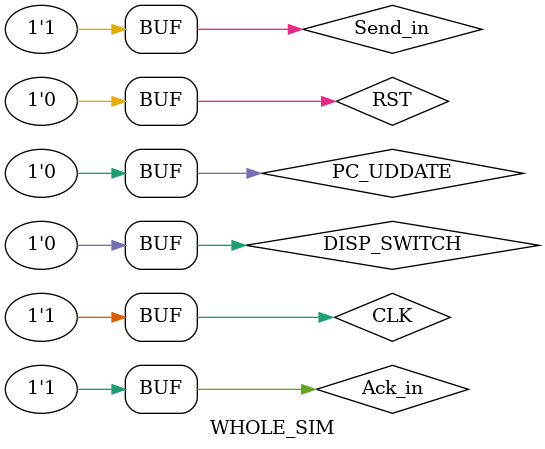
<source format=v>
`timescale 1ns/100ps
module WHOLE_SIM();
reg CLK, RST, Send_in, Ack_in, PC_UDDATE, DISP_SWITCH;
wire Ack_out, Send_out, TOGLE;
wire [7:0] nHEX;
//CNT50HZ CNT50HZ(.CLK(clk), .RST(rst), .EN50HZ(en50hz));
WHOLE whole(.Send_in(Send_in), .Ack_in(Ack_in), .CLK(CLK), .RST(RST), .PC_UDDATE(PC_UDDATE), .DISP_SWITCH(DISP_SWITCH),
            .TOGLE(TOGLE), .Send_out(Send_out), .Ack_out(Ack_out), .nHEX(nHEX));
initial begin
            RST = 1;
    #200    RST = 0;
    //#200    RST = 0;
end
always begin
            CLK = 0;
    #50     CLK = 1;
    #50;
end
initial begin
            Send_in = 1;
    #300     Send_in = 0;
    #50     Send_in = 1;
    #50     Send_in = 0;
    #50     Send_in = 1;
    // #10     Send_in = 0;
    // #10     Send_in = 1;
    // #10     Send_in = 0;
    // #10     Send_in = 1;
end

initial begin
        Ack_in = 1;
#2450   Ack_in = 0;
#50     Ack_in = 1;
end

initial begin
    PC_UDDATE = 0;
end

initial begin
        DISP_SWITCH = 0;
#1000   DISP_SWITCH = 1;
#100    DISP_SWITCH = 0;
end
endmodule
</source>
